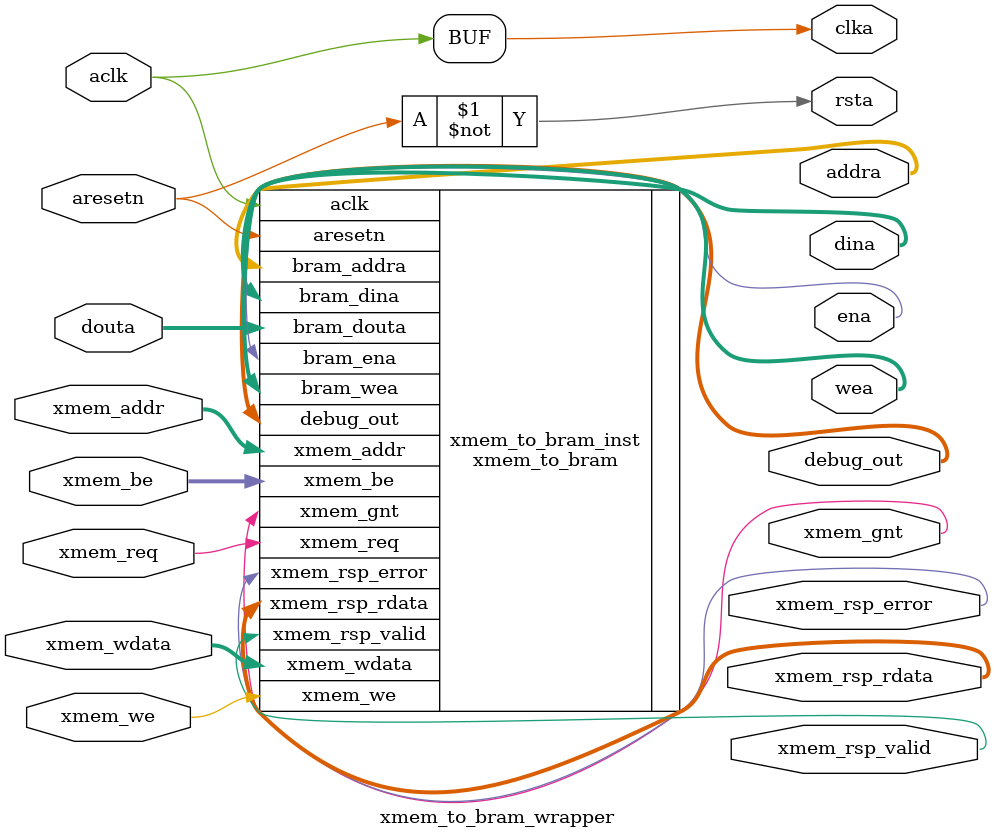
<source format=v>

module xmem_to_bram_wrapper #(
    parameter XDATA_WIDTH = 32'd32,
    parameter XADDR_WIDTH = 32'd32,

    parameter DATA_WIDTH = 32'd128,
    parameter ADDR_WIDTH = 32'd128,
    parameter BRAM_READ_LATENCY = 2
) (
    input wire aclk,
    input wire aresetn,

    //bram
    (* X_INTERFACE_PARAMETER = "XIL_INTERFACENAME BRAM, MEM_ECC NONE, MASTER_TYPE BRAM_CTRL, READ_WRITE_MODE READ_WRITE, READ_LATENCY 2" *)

    (* X_INTERFACE_INFO = "xilinx.com:interface:bram:1.0 BRAM CLK" *)
    output wire clka,

    (* X_INTERFACE_INFO = "xilinx.com:interface:bram:1.0 BRAM RST" *)
    output wire rsta,

    (* X_INTERFACE_INFO = "xilinx.com:interface:bram:1.0 BRAM ADDR" *)
    output wire [ADDR_WIDTH-1:0] addra,

    (* X_INTERFACE_INFO = "xilinx.com:interface:bram:1.0 BRAM DIN" *)
    output wire [DATA_WIDTH-1:0] dina,

    (* X_INTERFACE_INFO = "xilinx.com:interface:bram:1.0 BRAM DOUT" *)
    input wire [DATA_WIDTH-1:0] douta,

    (* X_INTERFACE_INFO = "xilinx.com:interface:bram:1.0 BRAM EN" *)
    output wire ena,

    (* X_INTERFACE_INFO = "xilinx.com:interface:bram:1.0 BRAM WE" *)
    output wire [DATA_WIDTH/8-1:0] wea,

    //xmem
    (* X_INTERFACE_INFO = "xilinx.com:interface:xmem:1.0 MEM req" *)
    input wire xmem_req,

    (* X_INTERFACE_INFO = "xilinx.com:interface:xmem:1.0 MEM addr" *)
    input wire [ADDR_WIDTH-1:0] xmem_addr,

    (* X_INTERFACE_INFO = "xilinx.com:interface:xmem:1.0 MEM we" *)
    input wire xmem_we,

    (* X_INTERFACE_INFO = "xilinx.com:interface:xmem:1.0 MEM wdata" *)
    input wire [DATA_WIDTH-1:0] xmem_wdata,

    (* X_INTERFACE_INFO = "xilinx.com:interface:xmem:1.0 MEM be" *)
    input wire [DATA_WIDTH/8-1:0] xmem_be,

    (* X_INTERFACE_INFO = "xilinx.com:interface:xmem:1.0 MEM gnt" *)
    output wire xmem_gnt,

    (* X_INTERFACE_INFO = "xilinx.com:interface:xmem:1.0 MEM rsp_valid" *)
    output wire xmem_rsp_valid,

    (* X_INTERFACE_INFO = "xilinx.com:interface:xmem:1.0 MEM rsp_rdata" *)
    output wire [DATA_WIDTH-1:0] xmem_rsp_rdata,

    (* X_INTERFACE_INFO = "xilinx.com:interface:xmem:1.0 MEM rsp_error" *)
    output wire xmem_rsp_error,

    output wire [7:0] debug_out

);

assign clka = aclk;
assign rsta = ~aresetn;

xmem_to_bram #(
    .XDATA_WIDTH(XDATA_WIDTH),
    .XADDR_WIDTH(XADDR_WIDTH),
    .DATA_WIDTH(DATA_WIDTH),
    .ADDR_WIDTH(ADDR_WIDTH),
    .BRAM_READ_LATENCY(BRAM_READ_LATENCY)
) xmem_to_bram_inst (
    .aclk(aclk),
    .aresetn(aresetn),
    .bram_addra(addra),
    .bram_dina(dina),
    .bram_douta(douta),
    .bram_ena(ena),
    .bram_wea(wea),

    .xmem_req(xmem_req),
    .xmem_addr(xmem_addr),
    .xmem_we(xmem_we),
    .xmem_wdata(xmem_wdata),
    .xmem_be(xmem_be),
    .xmem_gnt(xmem_gnt),
    .xmem_rsp_valid(xmem_rsp_valid),
    .xmem_rsp_rdata(xmem_rsp_rdata),
    .xmem_rsp_error(xmem_rsp_error),
    .debug_out(debug_out)
);

endmodule
</source>
